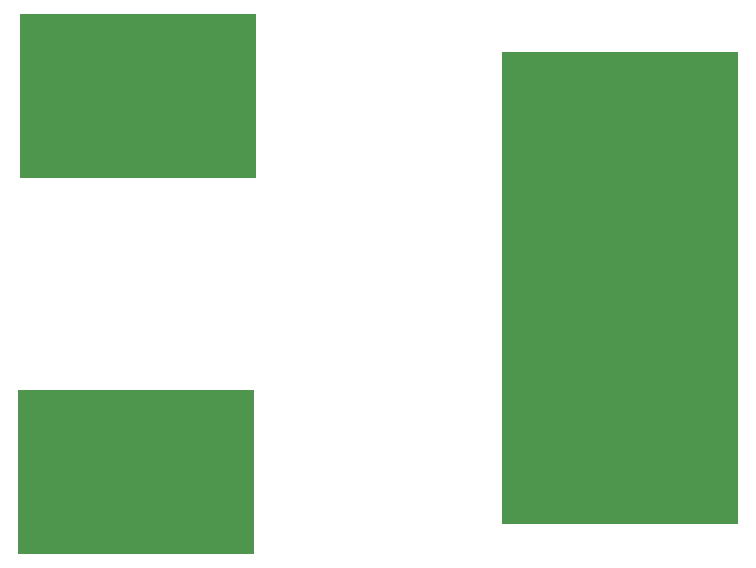
<source format=gbp>
G04*
G04 #@! TF.GenerationSoftware,Altium Limited,Altium Designer,24.9.1 (31)*
G04*
G04 Layer_Color=128*
%FSLAX44Y44*%
%MOMM*%
G71*
G04*
G04 #@! TF.SameCoordinates,8590F6A5-7837-48F7-9A02-AE0D2931B4B9*
G04*
G04*
G04 #@! TF.FilePolarity,Positive*
G04*
G01*
G75*
%ADD21R,20.0000X14.0000*%
%ADD23R,20.0000X40.0000*%
D21*
X615320Y977900D02*
D03*
X613790Y660020D02*
D03*
D23*
X1023490Y815590D02*
D03*
M02*

</source>
